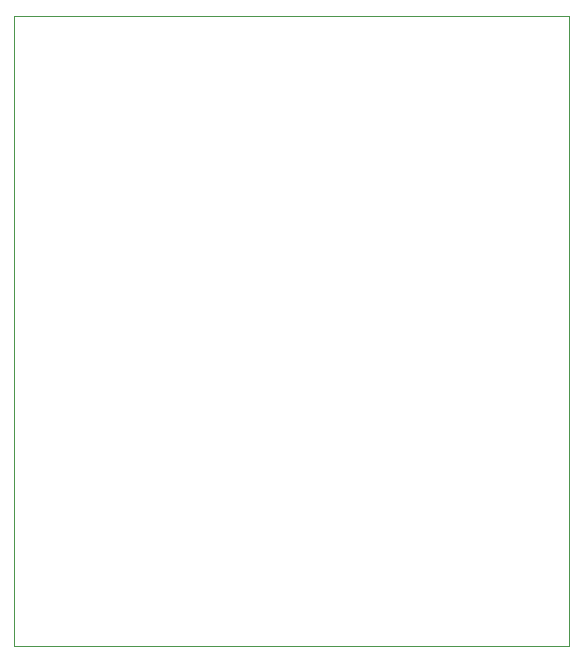
<source format=gbr>
G04 #@! TF.GenerationSoftware,KiCad,Pcbnew,(5.1.4)-1*
G04 #@! TF.CreationDate,2020-01-28T22:58:31+09:00*
G04 #@! TF.ProjectId,PLCC2DIP40,504c4343-3244-4495-9034-302e6b696361,rev?*
G04 #@! TF.SameCoordinates,Original*
G04 #@! TF.FileFunction,Profile,NP*
%FSLAX46Y46*%
G04 Gerber Fmt 4.6, Leading zero omitted, Abs format (unit mm)*
G04 Created by KiCad (PCBNEW (5.1.4)-1) date 2020-01-28 22:58:31*
%MOMM*%
%LPD*%
G04 APERTURE LIST*
%ADD10C,0.050000*%
G04 APERTURE END LIST*
D10*
X36830000Y-77470000D02*
X36830000Y-24130000D01*
X83820000Y-77470000D02*
X36830000Y-77470000D01*
X83820000Y-24130000D02*
X83820000Y-77470000D01*
X36830000Y-24130000D02*
X83820000Y-24130000D01*
M02*

</source>
